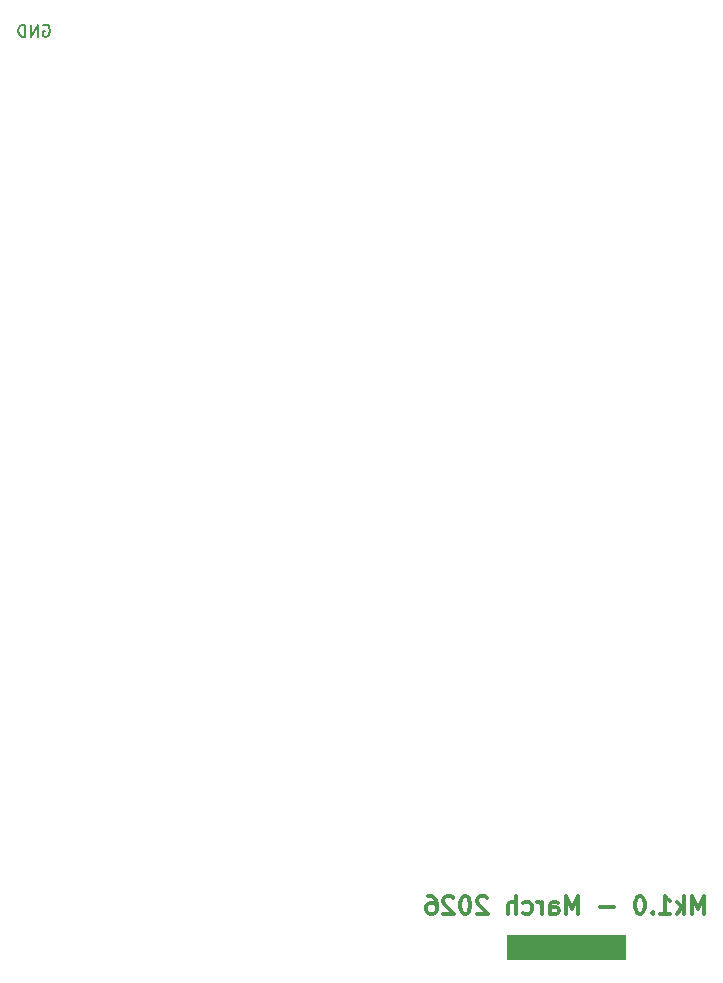
<source format=gbo>
%TF.GenerationSoftware,KiCad,Pcbnew,9.0.7*%
%TF.CreationDate,2026-02-21T19:30:22+01:00*%
%TF.ProjectId,DMH_VCLFO_PANEL,444d485f-5643-44c4-964f-5f50414e454c,rev?*%
%TF.SameCoordinates,Original*%
%TF.FileFunction,Legend,Bot*%
%TF.FilePolarity,Positive*%
%FSLAX46Y46*%
G04 Gerber Fmt 4.6, Leading zero omitted, Abs format (unit mm)*
G04 Created by KiCad (PCBNEW 9.0.7) date 2026-02-21 19:30:22*
%MOMM*%
%LPD*%
G01*
G04 APERTURE LIST*
%ADD10C,0.100000*%
%ADD11C,0.300000*%
%ADD12C,0.200000*%
%ADD13C,0.500000*%
%ADD14C,12.000000*%
%ADD15C,4.000000*%
%ADD16C,2.900000*%
%ADD17C,13.000000*%
%ADD18C,3.100000*%
%ADD19O,2.500000X1.500000*%
%ADD20C,2.500000*%
%ADD21R,5.000000X10.000000*%
G04 APERTURE END LIST*
D10*
X95000000Y-225500000D02*
X105000000Y-225500000D01*
X105000000Y-227500000D01*
X95000000Y-227500000D01*
X95000000Y-225500000D01*
G36*
X95000000Y-225500000D02*
G01*
X105000000Y-225500000D01*
X105000000Y-227500000D01*
X95000000Y-227500000D01*
X95000000Y-225500000D01*
G37*
D11*
X111714284Y-223678328D02*
X111714284Y-222178328D01*
X111714284Y-222178328D02*
X111214284Y-223249757D01*
X111214284Y-223249757D02*
X110714284Y-222178328D01*
X110714284Y-222178328D02*
X110714284Y-223678328D01*
X109999998Y-223678328D02*
X109999998Y-222178328D01*
X109857141Y-223106900D02*
X109428569Y-223678328D01*
X109428569Y-222678328D02*
X109999998Y-223249757D01*
X107999997Y-223678328D02*
X108857140Y-223678328D01*
X108428569Y-223678328D02*
X108428569Y-222178328D01*
X108428569Y-222178328D02*
X108571426Y-222392614D01*
X108571426Y-222392614D02*
X108714283Y-222535471D01*
X108714283Y-222535471D02*
X108857140Y-222606900D01*
X107357141Y-223535471D02*
X107285712Y-223606900D01*
X107285712Y-223606900D02*
X107357141Y-223678328D01*
X107357141Y-223678328D02*
X107428569Y-223606900D01*
X107428569Y-223606900D02*
X107357141Y-223535471D01*
X107357141Y-223535471D02*
X107357141Y-223678328D01*
X106357140Y-222178328D02*
X106214283Y-222178328D01*
X106214283Y-222178328D02*
X106071426Y-222249757D01*
X106071426Y-222249757D02*
X105999998Y-222321185D01*
X105999998Y-222321185D02*
X105928569Y-222464042D01*
X105928569Y-222464042D02*
X105857140Y-222749757D01*
X105857140Y-222749757D02*
X105857140Y-223106900D01*
X105857140Y-223106900D02*
X105928569Y-223392614D01*
X105928569Y-223392614D02*
X105999998Y-223535471D01*
X105999998Y-223535471D02*
X106071426Y-223606900D01*
X106071426Y-223606900D02*
X106214283Y-223678328D01*
X106214283Y-223678328D02*
X106357140Y-223678328D01*
X106357140Y-223678328D02*
X106499998Y-223606900D01*
X106499998Y-223606900D02*
X106571426Y-223535471D01*
X106571426Y-223535471D02*
X106642855Y-223392614D01*
X106642855Y-223392614D02*
X106714283Y-223106900D01*
X106714283Y-223106900D02*
X106714283Y-222749757D01*
X106714283Y-222749757D02*
X106642855Y-222464042D01*
X106642855Y-222464042D02*
X106571426Y-222321185D01*
X106571426Y-222321185D02*
X106499998Y-222249757D01*
X106499998Y-222249757D02*
X106357140Y-222178328D01*
X104071427Y-223106900D02*
X102928570Y-223106900D01*
X101071427Y-223678328D02*
X101071427Y-222178328D01*
X101071427Y-222178328D02*
X100571427Y-223249757D01*
X100571427Y-223249757D02*
X100071427Y-222178328D01*
X100071427Y-222178328D02*
X100071427Y-223678328D01*
X98714284Y-223678328D02*
X98714284Y-222892614D01*
X98714284Y-222892614D02*
X98785712Y-222749757D01*
X98785712Y-222749757D02*
X98928569Y-222678328D01*
X98928569Y-222678328D02*
X99214284Y-222678328D01*
X99214284Y-222678328D02*
X99357141Y-222749757D01*
X98714284Y-223606900D02*
X98857141Y-223678328D01*
X98857141Y-223678328D02*
X99214284Y-223678328D01*
X99214284Y-223678328D02*
X99357141Y-223606900D01*
X99357141Y-223606900D02*
X99428569Y-223464042D01*
X99428569Y-223464042D02*
X99428569Y-223321185D01*
X99428569Y-223321185D02*
X99357141Y-223178328D01*
X99357141Y-223178328D02*
X99214284Y-223106900D01*
X99214284Y-223106900D02*
X98857141Y-223106900D01*
X98857141Y-223106900D02*
X98714284Y-223035471D01*
X97999998Y-223678328D02*
X97999998Y-222678328D01*
X97999998Y-222964042D02*
X97928569Y-222821185D01*
X97928569Y-222821185D02*
X97857141Y-222749757D01*
X97857141Y-222749757D02*
X97714283Y-222678328D01*
X97714283Y-222678328D02*
X97571426Y-222678328D01*
X96428570Y-223606900D02*
X96571427Y-223678328D01*
X96571427Y-223678328D02*
X96857141Y-223678328D01*
X96857141Y-223678328D02*
X96999998Y-223606900D01*
X96999998Y-223606900D02*
X97071427Y-223535471D01*
X97071427Y-223535471D02*
X97142855Y-223392614D01*
X97142855Y-223392614D02*
X97142855Y-222964042D01*
X97142855Y-222964042D02*
X97071427Y-222821185D01*
X97071427Y-222821185D02*
X96999998Y-222749757D01*
X96999998Y-222749757D02*
X96857141Y-222678328D01*
X96857141Y-222678328D02*
X96571427Y-222678328D01*
X96571427Y-222678328D02*
X96428570Y-222749757D01*
X95785713Y-223678328D02*
X95785713Y-222178328D01*
X95142856Y-223678328D02*
X95142856Y-222892614D01*
X95142856Y-222892614D02*
X95214284Y-222749757D01*
X95214284Y-222749757D02*
X95357141Y-222678328D01*
X95357141Y-222678328D02*
X95571427Y-222678328D01*
X95571427Y-222678328D02*
X95714284Y-222749757D01*
X95714284Y-222749757D02*
X95785713Y-222821185D01*
X93357141Y-222321185D02*
X93285713Y-222249757D01*
X93285713Y-222249757D02*
X93142856Y-222178328D01*
X93142856Y-222178328D02*
X92785713Y-222178328D01*
X92785713Y-222178328D02*
X92642856Y-222249757D01*
X92642856Y-222249757D02*
X92571427Y-222321185D01*
X92571427Y-222321185D02*
X92499998Y-222464042D01*
X92499998Y-222464042D02*
X92499998Y-222606900D01*
X92499998Y-222606900D02*
X92571427Y-222821185D01*
X92571427Y-222821185D02*
X93428570Y-223678328D01*
X93428570Y-223678328D02*
X92499998Y-223678328D01*
X91571427Y-222178328D02*
X91428570Y-222178328D01*
X91428570Y-222178328D02*
X91285713Y-222249757D01*
X91285713Y-222249757D02*
X91214285Y-222321185D01*
X91214285Y-222321185D02*
X91142856Y-222464042D01*
X91142856Y-222464042D02*
X91071427Y-222749757D01*
X91071427Y-222749757D02*
X91071427Y-223106900D01*
X91071427Y-223106900D02*
X91142856Y-223392614D01*
X91142856Y-223392614D02*
X91214285Y-223535471D01*
X91214285Y-223535471D02*
X91285713Y-223606900D01*
X91285713Y-223606900D02*
X91428570Y-223678328D01*
X91428570Y-223678328D02*
X91571427Y-223678328D01*
X91571427Y-223678328D02*
X91714285Y-223606900D01*
X91714285Y-223606900D02*
X91785713Y-223535471D01*
X91785713Y-223535471D02*
X91857142Y-223392614D01*
X91857142Y-223392614D02*
X91928570Y-223106900D01*
X91928570Y-223106900D02*
X91928570Y-222749757D01*
X91928570Y-222749757D02*
X91857142Y-222464042D01*
X91857142Y-222464042D02*
X91785713Y-222321185D01*
X91785713Y-222321185D02*
X91714285Y-222249757D01*
X91714285Y-222249757D02*
X91571427Y-222178328D01*
X90499999Y-222321185D02*
X90428571Y-222249757D01*
X90428571Y-222249757D02*
X90285714Y-222178328D01*
X90285714Y-222178328D02*
X89928571Y-222178328D01*
X89928571Y-222178328D02*
X89785714Y-222249757D01*
X89785714Y-222249757D02*
X89714285Y-222321185D01*
X89714285Y-222321185D02*
X89642856Y-222464042D01*
X89642856Y-222464042D02*
X89642856Y-222606900D01*
X89642856Y-222606900D02*
X89714285Y-222821185D01*
X89714285Y-222821185D02*
X90571428Y-223678328D01*
X90571428Y-223678328D02*
X89642856Y-223678328D01*
X88357143Y-222178328D02*
X88642857Y-222178328D01*
X88642857Y-222178328D02*
X88785714Y-222249757D01*
X88785714Y-222249757D02*
X88857143Y-222321185D01*
X88857143Y-222321185D02*
X89000000Y-222535471D01*
X89000000Y-222535471D02*
X89071428Y-222821185D01*
X89071428Y-222821185D02*
X89071428Y-223392614D01*
X89071428Y-223392614D02*
X89000000Y-223535471D01*
X89000000Y-223535471D02*
X88928571Y-223606900D01*
X88928571Y-223606900D02*
X88785714Y-223678328D01*
X88785714Y-223678328D02*
X88500000Y-223678328D01*
X88500000Y-223678328D02*
X88357143Y-223606900D01*
X88357143Y-223606900D02*
X88285714Y-223535471D01*
X88285714Y-223535471D02*
X88214285Y-223392614D01*
X88214285Y-223392614D02*
X88214285Y-223035471D01*
X88214285Y-223035471D02*
X88285714Y-222892614D01*
X88285714Y-222892614D02*
X88357143Y-222821185D01*
X88357143Y-222821185D02*
X88500000Y-222749757D01*
X88500000Y-222749757D02*
X88785714Y-222749757D01*
X88785714Y-222749757D02*
X88928571Y-222821185D01*
X88928571Y-222821185D02*
X89000000Y-222892614D01*
X89000000Y-222892614D02*
X89071428Y-223035471D01*
D12*
X55761904Y-148445508D02*
X55857142Y-148397889D01*
X55857142Y-148397889D02*
X55999999Y-148397889D01*
X55999999Y-148397889D02*
X56142856Y-148445508D01*
X56142856Y-148445508D02*
X56238094Y-148540746D01*
X56238094Y-148540746D02*
X56285713Y-148635984D01*
X56285713Y-148635984D02*
X56333332Y-148826460D01*
X56333332Y-148826460D02*
X56333332Y-148969317D01*
X56333332Y-148969317D02*
X56285713Y-149159793D01*
X56285713Y-149159793D02*
X56238094Y-149255031D01*
X56238094Y-149255031D02*
X56142856Y-149350270D01*
X56142856Y-149350270D02*
X55999999Y-149397889D01*
X55999999Y-149397889D02*
X55904761Y-149397889D01*
X55904761Y-149397889D02*
X55761904Y-149350270D01*
X55761904Y-149350270D02*
X55714285Y-149302650D01*
X55714285Y-149302650D02*
X55714285Y-148969317D01*
X55714285Y-148969317D02*
X55904761Y-148969317D01*
X55285713Y-149397889D02*
X55285713Y-148397889D01*
X55285713Y-148397889D02*
X54714285Y-149397889D01*
X54714285Y-149397889D02*
X54714285Y-148397889D01*
X54238094Y-149397889D02*
X54238094Y-148397889D01*
X54238094Y-148397889D02*
X53999999Y-148397889D01*
X53999999Y-148397889D02*
X53857142Y-148445508D01*
X53857142Y-148445508D02*
X53761904Y-148540746D01*
X53761904Y-148540746D02*
X53714285Y-148635984D01*
X53714285Y-148635984D02*
X53666666Y-148826460D01*
X53666666Y-148826460D02*
X53666666Y-148969317D01*
X53666666Y-148969317D02*
X53714285Y-149159793D01*
X53714285Y-149159793D02*
X53761904Y-149255031D01*
X53761904Y-149255031D02*
X53857142Y-149350270D01*
X53857142Y-149350270D02*
X53999999Y-149397889D01*
X53999999Y-149397889D02*
X54238094Y-149397889D01*
%LPC*%
D13*
%TO.C,H30*%
X53050000Y-208750000D03*
X54710000Y-204720000D03*
X54720000Y-212790000D03*
X58750000Y-203050000D03*
D14*
X58750000Y-208750000D03*
D13*
X58750000Y-214450000D03*
X62780000Y-212790000D03*
X62790000Y-204720000D03*
X64450000Y-208750000D03*
%TD*%
D15*
%TO.C,H3*%
X53500000Y-226500000D03*
%TD*%
D13*
%TO.C,H11*%
X135550000Y-171750000D03*
X137210000Y-167720000D03*
X137220000Y-175790000D03*
X141250000Y-166050000D03*
D14*
X141250000Y-171750000D03*
D13*
X141250000Y-177450000D03*
X145280000Y-175790000D03*
X145290000Y-167720000D03*
X146950000Y-171750000D03*
%TD*%
%TO.C,H21*%
X69550000Y-171750000D03*
X71210000Y-167720000D03*
X71220000Y-175790000D03*
X75250000Y-166050000D03*
D14*
X75250000Y-171750000D03*
D13*
X75250000Y-177450000D03*
X79280000Y-175790000D03*
X79290000Y-167720000D03*
X80950000Y-171750000D03*
%TD*%
D16*
%TO.C,H42*%
X124750000Y-87150000D03*
D17*
X124750000Y-93250000D03*
%TD*%
D13*
%TO.C,H33*%
X119050000Y-208750000D03*
X120710000Y-204720000D03*
X120720000Y-212790000D03*
X124750000Y-203050000D03*
D14*
X124750000Y-208750000D03*
D13*
X124750000Y-214450000D03*
X128780000Y-212790000D03*
X128790000Y-204720000D03*
X130450000Y-208750000D03*
%TD*%
D16*
%TO.C,H29*%
X141250000Y-147150000D03*
D17*
X141250000Y-153250000D03*
%TD*%
D18*
%TO.C,H36*%
X81750000Y-77500000D03*
%TD*%
D13*
%TO.C,H34*%
X135550000Y-208750000D03*
X137210000Y-204720000D03*
X137220000Y-212790000D03*
X141250000Y-203050000D03*
D14*
X141250000Y-208750000D03*
D13*
X141250000Y-214450000D03*
X145280000Y-212790000D03*
X145290000Y-204720000D03*
X146950000Y-208750000D03*
%TD*%
D14*
%TO.C,H13*%
X67000000Y-60750000D03*
D19*
X67000000Y-66750000D03*
%TD*%
D16*
%TO.C,H19*%
X141250000Y-105650000D03*
D17*
X141250000Y-111750000D03*
%TD*%
D18*
%TO.C,H38*%
X81750000Y-160500000D03*
%TD*%
%TO.C,H37*%
X81750000Y-119000000D03*
%TD*%
%TO.C,H25*%
X81750000Y-155500000D03*
%TD*%
D16*
%TO.C,H41*%
X124750000Y-45650000D03*
D17*
X124750000Y-51750000D03*
%TD*%
D18*
%TO.C,H14*%
X81750000Y-72500000D03*
%TD*%
D20*
%TO.C,H49*%
X56250000Y-158750000D03*
%TD*%
D16*
%TO.C,H27*%
X141250000Y-128650000D03*
D17*
X141250000Y-134750000D03*
%TD*%
D13*
%TO.C,H10*%
X119050000Y-171750000D03*
X120710000Y-167720000D03*
X120720000Y-175790000D03*
X124750000Y-166050000D03*
D14*
X124750000Y-171750000D03*
D13*
X124750000Y-177450000D03*
X128780000Y-175790000D03*
X128790000Y-167720000D03*
X130450000Y-171750000D03*
%TD*%
D14*
%TO.C,H16*%
X100000000Y-102250000D03*
D19*
X100000000Y-108250000D03*
%TD*%
D13*
%TO.C,H22*%
X102550000Y-190250000D03*
X104210000Y-186220000D03*
X104220000Y-194290000D03*
X108250000Y-184550000D03*
D14*
X108250000Y-190250000D03*
D13*
X108250000Y-195950000D03*
X112280000Y-194290000D03*
X112290000Y-186220000D03*
X113950000Y-190250000D03*
%TD*%
%TO.C,H9*%
X102550000Y-171750000D03*
X104210000Y-167720000D03*
X104220000Y-175790000D03*
X108250000Y-166050000D03*
D14*
X108250000Y-171750000D03*
D13*
X108250000Y-177450000D03*
X112280000Y-175790000D03*
X112290000Y-167720000D03*
X113950000Y-171750000D03*
%TD*%
D18*
%TO.C,H15*%
X81750000Y-114000000D03*
%TD*%
D14*
%TO.C,H26*%
X100000000Y-143750000D03*
D19*
X100000000Y-149750000D03*
%TD*%
D16*
%TO.C,H46*%
X124750000Y-147150000D03*
D17*
X124750000Y-153250000D03*
%TD*%
D14*
%TO.C,H28*%
X67000000Y-143750000D03*
D19*
X67000000Y-149750000D03*
%TD*%
D13*
%TO.C,H20*%
X53050000Y-190250000D03*
X54710000Y-186220000D03*
X54720000Y-194290000D03*
X58750000Y-184550000D03*
D14*
X58750000Y-190250000D03*
D13*
X58750000Y-195950000D03*
X62780000Y-194290000D03*
X62790000Y-186220000D03*
X64450000Y-190250000D03*
%TD*%
D16*
%TO.C,H6*%
X141250000Y-64150000D03*
D17*
X141250000Y-70250000D03*
%TD*%
D13*
%TO.C,H24*%
X135550000Y-190250000D03*
X137210000Y-186220000D03*
X137220000Y-194290000D03*
X141250000Y-184550000D03*
D14*
X141250000Y-190250000D03*
D13*
X141250000Y-195950000D03*
X145280000Y-194290000D03*
X145290000Y-186220000D03*
X146950000Y-190250000D03*
%TD*%
D16*
%TO.C,H45*%
X124750000Y-105650000D03*
D17*
X124750000Y-111750000D03*
%TD*%
D13*
%TO.C,H39*%
X86050000Y-190250000D03*
X87710000Y-186220000D03*
X87720000Y-194290000D03*
X91750000Y-184550000D03*
D14*
X91750000Y-190250000D03*
D13*
X91750000Y-195950000D03*
X95780000Y-194290000D03*
X95790000Y-186220000D03*
X97450000Y-190250000D03*
%TD*%
D20*
%TO.C,H52*%
X56250000Y-127750000D03*
%TD*%
D13*
%TO.C,H8*%
X86050000Y-171750000D03*
X87710000Y-167720000D03*
X87720000Y-175790000D03*
X91750000Y-166050000D03*
D14*
X91750000Y-171750000D03*
D13*
X91750000Y-177450000D03*
X95780000Y-175790000D03*
X95790000Y-167720000D03*
X97450000Y-171750000D03*
%TD*%
%TO.C,H35*%
X69550000Y-208750000D03*
X71210000Y-204720000D03*
X71220000Y-212790000D03*
X75250000Y-203050000D03*
D14*
X75250000Y-208750000D03*
D13*
X75250000Y-214450000D03*
X79280000Y-212790000D03*
X79290000Y-204720000D03*
X80950000Y-208750000D03*
%TD*%
%TO.C,H23*%
X119050000Y-190250000D03*
X120710000Y-186220000D03*
X120720000Y-194290000D03*
X124750000Y-184550000D03*
D14*
X124750000Y-190250000D03*
D13*
X124750000Y-195950000D03*
X128780000Y-194290000D03*
X128790000Y-186220000D03*
X130450000Y-190250000D03*
%TD*%
D20*
%TO.C,H48*%
X56250000Y-117250000D03*
%TD*%
D13*
%TO.C,H5*%
X53050000Y-171750000D03*
X54710000Y-167720000D03*
X54720000Y-175790000D03*
X58750000Y-166050000D03*
D14*
X58750000Y-171750000D03*
D13*
X58750000Y-177450000D03*
X62780000Y-175790000D03*
X62790000Y-167720000D03*
X64450000Y-171750000D03*
%TD*%
D20*
%TO.C,H51*%
X56250000Y-86250000D03*
%TD*%
D16*
%TO.C,H44*%
X125000000Y-64150000D03*
D17*
X125000000Y-70250000D03*
%TD*%
D13*
%TO.C,H32*%
X102550000Y-208750000D03*
X104210000Y-204720000D03*
X104220000Y-212790000D03*
X108250000Y-203050000D03*
D14*
X108250000Y-208750000D03*
D13*
X108250000Y-214450000D03*
X112280000Y-212790000D03*
X112290000Y-204720000D03*
X113950000Y-208750000D03*
%TD*%
D16*
%TO.C,H7*%
X141250000Y-45650000D03*
D17*
X141250000Y-51750000D03*
%TD*%
D13*
%TO.C,H31*%
X69550000Y-190250000D03*
X71210000Y-186220000D03*
X71220000Y-194290000D03*
X75250000Y-184550000D03*
D14*
X75250000Y-190250000D03*
D13*
X75250000Y-195950000D03*
X79280000Y-194290000D03*
X79290000Y-186220000D03*
X80950000Y-190250000D03*
%TD*%
D15*
%TO.C,H2*%
X146500000Y-33500000D03*
%TD*%
%TO.C,H4*%
X146500000Y-226500000D03*
%TD*%
D20*
%TO.C,H50*%
X56250000Y-44750000D03*
%TD*%
D16*
%TO.C,H43*%
X124750000Y-128650000D03*
D17*
X124750000Y-134750000D03*
%TD*%
D14*
%TO.C,H12*%
X100000000Y-60750000D03*
D19*
X100000000Y-66750000D03*
%TD*%
D13*
%TO.C,H40*%
X86050000Y-208750000D03*
X87710000Y-204720000D03*
X87720000Y-212790000D03*
X91750000Y-203050000D03*
D14*
X91750000Y-208750000D03*
D13*
X91750000Y-214450000D03*
X95780000Y-212790000D03*
X95790000Y-204720000D03*
X97450000Y-208750000D03*
%TD*%
D15*
%TO.C,H1*%
X53500000Y-33500000D03*
%TD*%
D20*
%TO.C,H47*%
X56250000Y-75750000D03*
%TD*%
D16*
%TO.C,H17*%
X141250000Y-87150000D03*
D17*
X141250000Y-93250000D03*
%TD*%
D14*
%TO.C,H18*%
X67000000Y-102250000D03*
D19*
X67000000Y-108250000D03*
%TD*%
D21*
%TO.C,J0*%
X55000000Y-142545670D03*
%TD*%
%LPD*%
M02*

</source>
